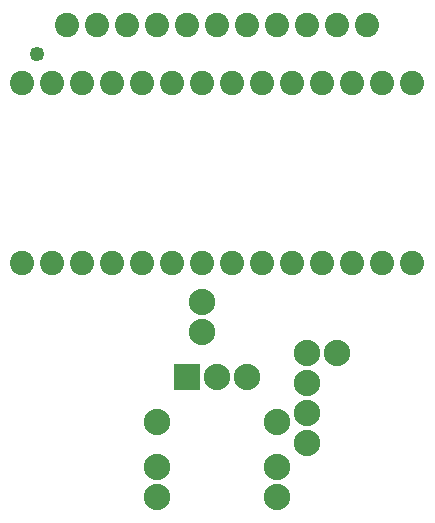
<source format=gts>
G04 MADE WITH FRITZING*
G04 WWW.FRITZING.ORG*
G04 DOUBLE SIDED*
G04 HOLES PLATED*
G04 CONTOUR ON CENTER OF CONTOUR VECTOR*
%ASAXBY*%
%FSLAX23Y23*%
%MOIN*%
%OFA0B0*%
%SFA1.0B1.0*%
%ADD10C,0.080866*%
%ADD11C,0.049370*%
%ADD12C,0.088000*%
%ADD13R,0.088000X0.088000*%
%LNMASK1*%
G90*
G70*
G54D10*
X1500Y880D03*
X1400Y880D03*
X1300Y880D03*
X1200Y880D03*
X1100Y880D03*
X1000Y880D03*
X900Y880D03*
X800Y880D03*
X700Y880D03*
X600Y880D03*
X500Y880D03*
X400Y880D03*
X300Y880D03*
X200Y880D03*
X1500Y1480D03*
X1400Y1480D03*
X1300Y1480D03*
X1200Y1480D03*
X1100Y1480D03*
X1000Y1480D03*
X900Y1480D03*
X800Y1480D03*
X700Y1480D03*
X600Y1480D03*
X500Y1480D03*
X400Y1480D03*
X300Y1480D03*
X200Y1480D03*
G54D11*
X249Y1578D03*
G54D12*
X1050Y100D03*
X650Y100D03*
X650Y350D03*
X1050Y200D03*
X1050Y350D03*
X650Y200D03*
G54D10*
X350Y1675D03*
X450Y1675D03*
X550Y1675D03*
X650Y1675D03*
X750Y1675D03*
X850Y1675D03*
X950Y1675D03*
X1050Y1675D03*
X1150Y1675D03*
X1250Y1675D03*
X1350Y1675D03*
X350Y1675D03*
X450Y1675D03*
X550Y1675D03*
X650Y1675D03*
X750Y1675D03*
X850Y1675D03*
X950Y1675D03*
X1050Y1675D03*
X1150Y1675D03*
X1250Y1675D03*
X1350Y1675D03*
G54D12*
X800Y750D03*
X800Y650D03*
X1150Y580D03*
X1250Y580D03*
X1150Y280D03*
X1150Y380D03*
X1150Y480D03*
X750Y500D03*
X850Y500D03*
X950Y500D03*
G54D13*
X750Y500D03*
G04 End of Mask1*
M02*
</source>
